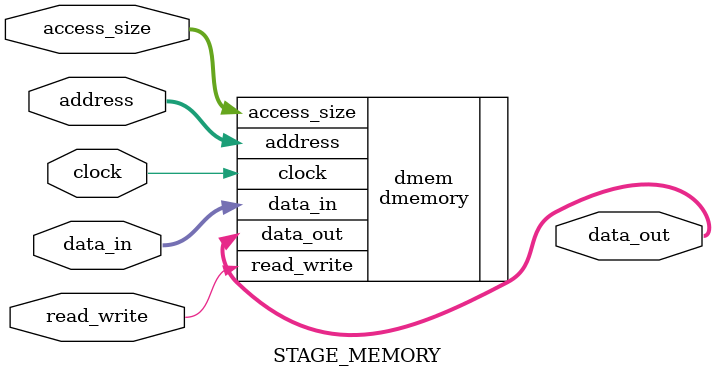
<source format=v>
module STAGE_MEMORY (
  input wire clock,
  input wire [31:0] address,
  input wire [31:0] data_in,
  input wire read_write,
  input wire [1:0] access_size,

  output wire [31:0] data_out
);

  dmemory dmem(
    .clock(clock),
    .address(address),
    .data_in(data_in),
    .data_out(data_out),
    .access_size(access_size),
    .read_write(read_write)
  );

endmodule
</source>
